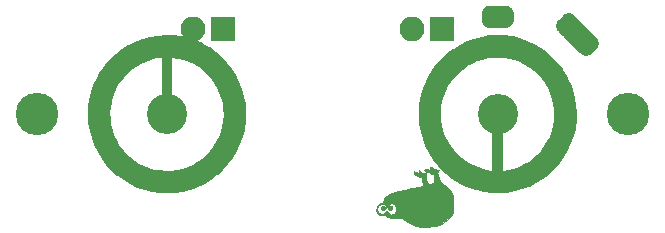
<source format=gbr>
G04 #@! TF.GenerationSoftware,KiCad,Pcbnew,(5.0.1-dev-70-gb7b125d83)*
G04 #@! TF.CreationDate,2019-03-02T22:20:39+01:00*
G04 #@! TF.ProjectId,piezothing,7069657A6F7468696E672E6B69636164,rev?*
G04 #@! TF.SameCoordinates,Original*
G04 #@! TF.FileFunction,Soldermask,Bot*
G04 #@! TF.FilePolarity,Negative*
%FSLAX46Y46*%
G04 Gerber Fmt 4.6, Leading zero omitted, Abs format (unit mm)*
G04 Created by KiCad (PCBNEW (5.0.1-dev-70-gb7b125d83)) date 03/02/19 22:20:39*
%MOMM*%
%LPD*%
G01*
G04 APERTURE LIST*
%ADD10C,0.010000*%
%ADD11C,0.500000*%
%ADD12C,0.100000*%
%ADD13O,2.100000X2.100000*%
%ADD14R,2.100000X2.100000*%
%ADD15C,3.600000*%
%ADD16C,3.400000*%
%ADD17C,1.400000*%
G04 APERTURE END LIST*
D10*
G04 #@! TO.C,G\002A\002A\002A*
G36*
X138543011Y-89508504D02*
X138603914Y-89494409D01*
X139073743Y-89348155D01*
X139469765Y-89153000D01*
X139789849Y-88910412D01*
X140031868Y-88621856D01*
X140132000Y-88441812D01*
X140184476Y-88322516D01*
X140219611Y-88214901D01*
X140240798Y-88095759D01*
X140251430Y-87941883D01*
X140254901Y-87730065D01*
X140255018Y-87600364D01*
X140245546Y-87250202D01*
X140211889Y-86964589D01*
X140144574Y-86724681D01*
X140034124Y-86511638D01*
X139871066Y-86306618D01*
X139645924Y-86090780D01*
X139387971Y-85876173D01*
X139143218Y-85641369D01*
X138985888Y-85396130D01*
X138911082Y-85132743D01*
X138909986Y-85123845D01*
X138900359Y-84970751D01*
X138920189Y-84879091D01*
X138957480Y-84833809D01*
X139024725Y-84756485D01*
X139004479Y-84708756D01*
X138896751Y-84690638D01*
X138881909Y-84690458D01*
X138755602Y-84670446D01*
X138592100Y-84619529D01*
X138484778Y-84575003D01*
X138351112Y-84513653D01*
X138256616Y-84471931D01*
X138225637Y-84460000D01*
X138224266Y-84499050D01*
X138236973Y-84582606D01*
X138260411Y-84705213D01*
X137999660Y-84674567D01*
X137834696Y-84665735D01*
X137751513Y-84684502D01*
X137745554Y-84725644D01*
X137812266Y-84783939D01*
X137947093Y-84854162D01*
X138145480Y-84931089D01*
X138254206Y-84966480D01*
X138411798Y-85023869D01*
X138531726Y-85083771D01*
X138588291Y-85133322D01*
X138588475Y-85133787D01*
X138604892Y-85221068D01*
X138614914Y-85360135D01*
X138616364Y-85437148D01*
X138606445Y-85593351D01*
X138565838Y-85701790D01*
X138478263Y-85805932D01*
X138478260Y-85805935D01*
X138333608Y-85908151D01*
X138199010Y-85924599D01*
X138081656Y-85861828D01*
X137988734Y-85726389D01*
X137927434Y-85524833D01*
X137905102Y-85283668D01*
X137901441Y-85014182D01*
X137746340Y-85014182D01*
X137605226Y-84986383D01*
X137476828Y-84891097D01*
X137457256Y-84870752D01*
X137323273Y-84727323D01*
X137323273Y-84873864D01*
X137315574Y-84972650D01*
X137279400Y-85001216D01*
X137219364Y-84988895D01*
X137107568Y-84933834D01*
X137011545Y-84862278D01*
X136939378Y-84802145D01*
X136911597Y-84804981D01*
X136907636Y-84847531D01*
X136950580Y-85022923D01*
X137076097Y-85163989D01*
X137279219Y-85265851D01*
X137357148Y-85288701D01*
X137453262Y-85315876D01*
X137517748Y-85351082D01*
X137560570Y-85412735D01*
X137591692Y-85519248D01*
X137621079Y-85689037D01*
X137639208Y-85809967D01*
X137657957Y-85962838D01*
X137654758Y-86047857D01*
X137626911Y-86087509D01*
X137604784Y-86096794D01*
X137538141Y-86111498D01*
X137395742Y-86139461D01*
X137192776Y-86177818D01*
X136944432Y-86223704D01*
X136665900Y-86274253D01*
X136628229Y-86281024D01*
X136108651Y-86380291D01*
X135673179Y-86477530D01*
X135313699Y-86575860D01*
X135022097Y-86678401D01*
X134790259Y-86788269D01*
X134610070Y-86908583D01*
X134473418Y-87042463D01*
X134406118Y-87135035D01*
X134331167Y-87268346D01*
X134283826Y-87381635D01*
X134275273Y-87424678D01*
X134247463Y-87487787D01*
X134152013Y-87507910D01*
X134141511Y-87508000D01*
X133992904Y-87550515D01*
X133861997Y-87663396D01*
X133766002Y-87824647D01*
X133737479Y-87946625D01*
X133787225Y-87946625D01*
X133848216Y-87784453D01*
X133954348Y-87658565D01*
X134089359Y-87580880D01*
X134236986Y-87563319D01*
X134380968Y-87617802D01*
X134432186Y-87660715D01*
X134516546Y-87755956D01*
X134568632Y-87833897D01*
X134598683Y-87877453D01*
X134628459Y-87833897D01*
X134725426Y-87697580D01*
X134862760Y-87595747D01*
X135005275Y-87554226D01*
X135009507Y-87554182D01*
X135176215Y-87593135D01*
X135302713Y-87696140D01*
X135385319Y-87842413D01*
X135420350Y-88011171D01*
X135404120Y-88181629D01*
X135332948Y-88333006D01*
X135203148Y-88444517D01*
X135170071Y-88460105D01*
X134994843Y-88495897D01*
X134837179Y-88445046D01*
X134690707Y-88308085D01*
X134613154Y-88230336D01*
X134568901Y-88227898D01*
X134565545Y-88234746D01*
X134470198Y-88380173D01*
X134321987Y-88482133D01*
X134249042Y-88504862D01*
X134098508Y-88491024D01*
X133954124Y-88406914D01*
X133840899Y-88272679D01*
X133787637Y-88133160D01*
X133787225Y-87946625D01*
X133737479Y-87946625D01*
X133722128Y-88012271D01*
X133721091Y-88045316D01*
X133732918Y-88193182D01*
X133781759Y-88303313D01*
X133878109Y-88413164D01*
X134009185Y-88521534D01*
X134134441Y-88566113D01*
X134198656Y-88570182D01*
X134316061Y-88557267D01*
X134388756Y-88525633D01*
X134393068Y-88520213D01*
X134444860Y-88512477D01*
X134537306Y-88578486D01*
X134545884Y-88586548D01*
X134655600Y-88676184D01*
X134777081Y-88737649D01*
X134930088Y-88775750D01*
X135134383Y-88795291D01*
X135409728Y-88801076D01*
X135428249Y-88801091D01*
X135928666Y-88801091D01*
X136198788Y-89003111D01*
X136636564Y-89282919D01*
X137083490Y-89472058D01*
X137545951Y-89571832D01*
X138030329Y-89583547D01*
X138543011Y-89508504D01*
X138543011Y-89508504D01*
G37*
X138543011Y-89508504D02*
X138603914Y-89494409D01*
X139073743Y-89348155D01*
X139469765Y-89153000D01*
X139789849Y-88910412D01*
X140031868Y-88621856D01*
X140132000Y-88441812D01*
X140184476Y-88322516D01*
X140219611Y-88214901D01*
X140240798Y-88095759D01*
X140251430Y-87941883D01*
X140254901Y-87730065D01*
X140255018Y-87600364D01*
X140245546Y-87250202D01*
X140211889Y-86964589D01*
X140144574Y-86724681D01*
X140034124Y-86511638D01*
X139871066Y-86306618D01*
X139645924Y-86090780D01*
X139387971Y-85876173D01*
X139143218Y-85641369D01*
X138985888Y-85396130D01*
X138911082Y-85132743D01*
X138909986Y-85123845D01*
X138900359Y-84970751D01*
X138920189Y-84879091D01*
X138957480Y-84833809D01*
X139024725Y-84756485D01*
X139004479Y-84708756D01*
X138896751Y-84690638D01*
X138881909Y-84690458D01*
X138755602Y-84670446D01*
X138592100Y-84619529D01*
X138484778Y-84575003D01*
X138351112Y-84513653D01*
X138256616Y-84471931D01*
X138225637Y-84460000D01*
X138224266Y-84499050D01*
X138236973Y-84582606D01*
X138260411Y-84705213D01*
X137999660Y-84674567D01*
X137834696Y-84665735D01*
X137751513Y-84684502D01*
X137745554Y-84725644D01*
X137812266Y-84783939D01*
X137947093Y-84854162D01*
X138145480Y-84931089D01*
X138254206Y-84966480D01*
X138411798Y-85023869D01*
X138531726Y-85083771D01*
X138588291Y-85133322D01*
X138588475Y-85133787D01*
X138604892Y-85221068D01*
X138614914Y-85360135D01*
X138616364Y-85437148D01*
X138606445Y-85593351D01*
X138565838Y-85701790D01*
X138478263Y-85805932D01*
X138478260Y-85805935D01*
X138333608Y-85908151D01*
X138199010Y-85924599D01*
X138081656Y-85861828D01*
X137988734Y-85726389D01*
X137927434Y-85524833D01*
X137905102Y-85283668D01*
X137901441Y-85014182D01*
X137746340Y-85014182D01*
X137605226Y-84986383D01*
X137476828Y-84891097D01*
X137457256Y-84870752D01*
X137323273Y-84727323D01*
X137323273Y-84873864D01*
X137315574Y-84972650D01*
X137279400Y-85001216D01*
X137219364Y-84988895D01*
X137107568Y-84933834D01*
X137011545Y-84862278D01*
X136939378Y-84802145D01*
X136911597Y-84804981D01*
X136907636Y-84847531D01*
X136950580Y-85022923D01*
X137076097Y-85163989D01*
X137279219Y-85265851D01*
X137357148Y-85288701D01*
X137453262Y-85315876D01*
X137517748Y-85351082D01*
X137560570Y-85412735D01*
X137591692Y-85519248D01*
X137621079Y-85689037D01*
X137639208Y-85809967D01*
X137657957Y-85962838D01*
X137654758Y-86047857D01*
X137626911Y-86087509D01*
X137604784Y-86096794D01*
X137538141Y-86111498D01*
X137395742Y-86139461D01*
X137192776Y-86177818D01*
X136944432Y-86223704D01*
X136665900Y-86274253D01*
X136628229Y-86281024D01*
X136108651Y-86380291D01*
X135673179Y-86477530D01*
X135313699Y-86575860D01*
X135022097Y-86678401D01*
X134790259Y-86788269D01*
X134610070Y-86908583D01*
X134473418Y-87042463D01*
X134406118Y-87135035D01*
X134331167Y-87268346D01*
X134283826Y-87381635D01*
X134275273Y-87424678D01*
X134247463Y-87487787D01*
X134152013Y-87507910D01*
X134141511Y-87508000D01*
X133992904Y-87550515D01*
X133861997Y-87663396D01*
X133766002Y-87824647D01*
X133737479Y-87946625D01*
X133787225Y-87946625D01*
X133848216Y-87784453D01*
X133954348Y-87658565D01*
X134089359Y-87580880D01*
X134236986Y-87563319D01*
X134380968Y-87617802D01*
X134432186Y-87660715D01*
X134516546Y-87755956D01*
X134568632Y-87833897D01*
X134598683Y-87877453D01*
X134628459Y-87833897D01*
X134725426Y-87697580D01*
X134862760Y-87595747D01*
X135005275Y-87554226D01*
X135009507Y-87554182D01*
X135176215Y-87593135D01*
X135302713Y-87696140D01*
X135385319Y-87842413D01*
X135420350Y-88011171D01*
X135404120Y-88181629D01*
X135332948Y-88333006D01*
X135203148Y-88444517D01*
X135170071Y-88460105D01*
X134994843Y-88495897D01*
X134837179Y-88445046D01*
X134690707Y-88308085D01*
X134613154Y-88230336D01*
X134568901Y-88227898D01*
X134565545Y-88234746D01*
X134470198Y-88380173D01*
X134321987Y-88482133D01*
X134249042Y-88504862D01*
X134098508Y-88491024D01*
X133954124Y-88406914D01*
X133840899Y-88272679D01*
X133787637Y-88133160D01*
X133787225Y-87946625D01*
X133737479Y-87946625D01*
X133722128Y-88012271D01*
X133721091Y-88045316D01*
X133732918Y-88193182D01*
X133781759Y-88303313D01*
X133878109Y-88413164D01*
X134009185Y-88521534D01*
X134134441Y-88566113D01*
X134198656Y-88570182D01*
X134316061Y-88557267D01*
X134388756Y-88525633D01*
X134393068Y-88520213D01*
X134444860Y-88512477D01*
X134537306Y-88578486D01*
X134545884Y-88586548D01*
X134655600Y-88676184D01*
X134777081Y-88737649D01*
X134930088Y-88775750D01*
X135134383Y-88795291D01*
X135409728Y-88801076D01*
X135428249Y-88801091D01*
X135928666Y-88801091D01*
X136198788Y-89003111D01*
X136636564Y-89282919D01*
X137083490Y-89472058D01*
X137545951Y-89571832D01*
X138030329Y-89583547D01*
X138543011Y-89508504D01*
G36*
X135005146Y-88111816D02*
X135080459Y-88015192D01*
X135088504Y-87989231D01*
X135085474Y-87859633D01*
X135019780Y-87772380D01*
X134916592Y-87741236D01*
X134801076Y-87779966D01*
X134763480Y-87811480D01*
X134697517Y-87915524D01*
X134720749Y-88016078D01*
X134779963Y-88082278D01*
X134895213Y-88137123D01*
X135005146Y-88111816D01*
X135005146Y-88111816D01*
G37*
X135005146Y-88111816D02*
X135080459Y-88015192D01*
X135088504Y-87989231D01*
X135085474Y-87859633D01*
X135019780Y-87772380D01*
X134916592Y-87741236D01*
X134801076Y-87779966D01*
X134763480Y-87811480D01*
X134697517Y-87915524D01*
X134720749Y-88016078D01*
X134779963Y-88082278D01*
X134895213Y-88137123D01*
X135005146Y-88111816D01*
G36*
X134387730Y-88118697D02*
X134470345Y-88037345D01*
X134506182Y-87950586D01*
X134471099Y-87872319D01*
X134391403Y-87790343D01*
X134305425Y-87741588D01*
X134286480Y-87738909D01*
X134215722Y-87768703D01*
X134163117Y-87811480D01*
X134104233Y-87896516D01*
X134090545Y-87946727D01*
X134127296Y-88037724D01*
X134210912Y-88120293D01*
X134298364Y-88154545D01*
X134387730Y-88118697D01*
X134387730Y-88118697D01*
G37*
X134387730Y-88118697D02*
X134470345Y-88037345D01*
X134506182Y-87950586D01*
X134471099Y-87872319D01*
X134391403Y-87790343D01*
X134305425Y-87741588D01*
X134286480Y-87738909D01*
X134215722Y-87768703D01*
X134163117Y-87811480D01*
X134104233Y-87896516D01*
X134090545Y-87946727D01*
X134127296Y-88037724D01*
X134210912Y-88120293D01*
X134298364Y-88154545D01*
X134387730Y-88118697D01*
G04 #@! TD*
D11*
G04 #@! TO.C,REF\002A\002A*
X144000000Y-80000000D03*
D12*
G36*
X143495742Y-86680765D02*
X143476259Y-86679266D01*
X142846220Y-86599673D01*
X142826978Y-86596280D01*
X142207712Y-86455587D01*
X142188891Y-86450332D01*
X141586310Y-86249880D01*
X141568093Y-86242814D01*
X140987949Y-85984517D01*
X140970508Y-85975707D01*
X140418338Y-85662031D01*
X140401840Y-85651561D01*
X139882914Y-85285499D01*
X139867516Y-85273469D01*
X139386789Y-84858516D01*
X139372639Y-84845041D01*
X138934698Y-84385158D01*
X138921930Y-84370366D01*
X138530956Y-83869942D01*
X138519692Y-83853975D01*
X138179417Y-83317787D01*
X138169766Y-83300797D01*
X137883438Y-82733963D01*
X137875490Y-82716113D01*
X137645841Y-82124044D01*
X137639673Y-82105503D01*
X137468896Y-81493849D01*
X137464567Y-81474795D01*
X137354292Y-80849396D01*
X137351843Y-80830010D01*
X137303123Y-80196835D01*
X137302553Y-80184283D01*
X137300019Y-80002792D01*
X137300239Y-79990230D01*
X137331261Y-79355941D01*
X137333168Y-79336495D01*
X137425937Y-78708261D01*
X137429732Y-78689093D01*
X137583364Y-78072909D01*
X137589012Y-78054202D01*
X137802040Y-77455952D01*
X137809486Y-77437887D01*
X138079876Y-76863279D01*
X138089049Y-76846027D01*
X138414220Y-76300547D01*
X138425033Y-76284271D01*
X138801882Y-75773126D01*
X138814232Y-75757984D01*
X139239161Y-75286052D01*
X139252929Y-75272187D01*
X139721883Y-74843973D01*
X139736939Y-74831518D01*
X140245441Y-74451110D01*
X140261641Y-74440183D01*
X140804838Y-74111211D01*
X140822026Y-74101917D01*
X141394732Y-73827523D01*
X141412745Y-73819951D01*
X142009494Y-73602752D01*
X142028160Y-73596974D01*
X142643256Y-73439044D01*
X142662397Y-73435115D01*
X143289968Y-73337962D01*
X143309400Y-73335920D01*
X143943457Y-73300470D01*
X143962997Y-73300333D01*
X144597487Y-73326926D01*
X144616947Y-73328697D01*
X145245814Y-73417079D01*
X145265007Y-73420741D01*
X145882247Y-73570067D01*
X145900992Y-73575584D01*
X146500716Y-73784430D01*
X146518834Y-73791750D01*
X147095315Y-74058122D01*
X147112631Y-74067174D01*
X147660368Y-74388529D01*
X147676718Y-74399229D01*
X148190482Y-74772500D01*
X148205710Y-74784743D01*
X148680597Y-75206368D01*
X148694558Y-75220040D01*
X149126035Y-75685993D01*
X149138595Y-75700961D01*
X149522544Y-76206794D01*
X149533584Y-76222917D01*
X149866339Y-76763804D01*
X149875752Y-76780927D01*
X150154139Y-77351704D01*
X150161836Y-77369664D01*
X150383195Y-77964882D01*
X150389104Y-77983507D01*
X150551324Y-78597485D01*
X150555386Y-78616598D01*
X150656918Y-79243476D01*
X150659096Y-79262894D01*
X150698971Y-79896688D01*
X150699244Y-79916225D01*
X150693980Y-80067017D01*
X148799294Y-80067017D01*
X148782927Y-79598367D01*
X148720908Y-79133554D01*
X148613826Y-78677006D01*
X148462705Y-78233092D01*
X148268984Y-77806036D01*
X148034520Y-77399932D01*
X147761541Y-77018639D01*
X147452662Y-76665810D01*
X147110817Y-76344794D01*
X146739292Y-76058683D01*
X146341603Y-75810179D01*
X145921580Y-75601678D01*
X145483208Y-75435156D01*
X145030679Y-75312207D01*
X144568314Y-75234003D01*
X144100517Y-75201292D01*
X143631768Y-75214385D01*
X143166531Y-75273158D01*
X142709246Y-75377051D01*
X142264287Y-75525069D01*
X141835896Y-75715801D01*
X141428164Y-75947425D01*
X141044969Y-76217739D01*
X140689990Y-76524149D01*
X140366604Y-76863738D01*
X140077903Y-77233258D01*
X139826629Y-77629202D01*
X139615203Y-78047756D01*
X139445620Y-78484967D01*
X139319518Y-78936611D01*
X139238087Y-79398431D01*
X139201842Y-79869468D01*
X139200069Y-79996519D01*
X139223146Y-80468378D01*
X139291648Y-80932273D01*
X139405095Y-81387280D01*
X139562403Y-81829053D01*
X139762060Y-82253347D01*
X140002177Y-82656146D01*
X140280455Y-83033593D01*
X140594232Y-83382078D01*
X140940515Y-83698277D01*
X141316008Y-83979183D01*
X141717121Y-84222105D01*
X142140009Y-84424719D01*
X142580673Y-84585108D01*
X143034874Y-84701727D01*
X143498293Y-84773467D01*
X143550000Y-84776358D01*
X143550000Y-80000000D01*
X143550301Y-79996944D01*
X143550301Y-79987733D01*
X143551264Y-79968128D01*
X143553669Y-79943712D01*
X143556549Y-79924301D01*
X143561335Y-79900239D01*
X143566105Y-79881196D01*
X143573227Y-79857719D01*
X143579838Y-79839241D01*
X143589227Y-79816574D01*
X143597618Y-79798833D01*
X143609183Y-79777196D01*
X143619273Y-79760361D01*
X143632903Y-79739962D01*
X143644595Y-79724197D01*
X143660159Y-79705232D01*
X143673341Y-79690689D01*
X143690689Y-79673341D01*
X143705232Y-79660159D01*
X143724197Y-79644595D01*
X143739962Y-79632903D01*
X143760361Y-79619273D01*
X143777196Y-79609183D01*
X143798833Y-79597618D01*
X143816574Y-79589227D01*
X143839241Y-79579838D01*
X143857719Y-79573227D01*
X143881196Y-79566105D01*
X143900239Y-79561335D01*
X143924301Y-79556549D01*
X143943712Y-79553669D01*
X143968128Y-79551264D01*
X143987733Y-79550301D01*
X144012267Y-79550301D01*
X144031872Y-79551264D01*
X144056288Y-79553669D01*
X144075699Y-79556549D01*
X144099761Y-79561335D01*
X144118804Y-79566105D01*
X144142281Y-79573227D01*
X144160759Y-79579838D01*
X144183426Y-79589227D01*
X144201167Y-79597618D01*
X144222804Y-79609183D01*
X144239639Y-79619273D01*
X144260038Y-79632903D01*
X144275803Y-79644595D01*
X144294768Y-79660159D01*
X144309311Y-79673341D01*
X144326659Y-79690689D01*
X144339841Y-79705232D01*
X144355405Y-79724197D01*
X144367097Y-79739962D01*
X144380727Y-79760361D01*
X144390817Y-79777196D01*
X144402382Y-79798833D01*
X144410773Y-79816574D01*
X144420162Y-79839241D01*
X144426773Y-79857719D01*
X144433895Y-79881196D01*
X144438665Y-79900239D01*
X144443451Y-79924301D01*
X144446331Y-79943712D01*
X144448736Y-79968128D01*
X144449699Y-79987733D01*
X144449699Y-79996944D01*
X144450000Y-80000000D01*
X144450000Y-84777901D01*
X144899393Y-84714742D01*
X145355172Y-84604478D01*
X145798016Y-84450263D01*
X146223709Y-84253565D01*
X146628179Y-84016265D01*
X147007545Y-83740639D01*
X147358219Y-83429296D01*
X147676828Y-83085229D01*
X147960350Y-82711702D01*
X148206058Y-82312310D01*
X148411630Y-81890826D01*
X148575087Y-81451301D01*
X148694876Y-80997920D01*
X148769849Y-80535024D01*
X148799294Y-80067017D01*
X150693980Y-80067017D01*
X150693638Y-80076790D01*
X150693638Y-80076791D01*
X150677082Y-80550886D01*
X150675447Y-80570357D01*
X150591458Y-81199825D01*
X150587931Y-81219044D01*
X150442917Y-81837313D01*
X150437531Y-81856096D01*
X150232877Y-82457263D01*
X150225684Y-82475431D01*
X149963343Y-83053758D01*
X149954411Y-83071137D01*
X149636888Y-83621103D01*
X149626303Y-83637528D01*
X149256627Y-84153886D01*
X149244490Y-84169199D01*
X148826192Y-84647017D01*
X148812618Y-84661073D01*
X148349688Y-85095793D01*
X148334808Y-85108457D01*
X147831667Y-85495928D01*
X147815622Y-85507080D01*
X147277072Y-85843604D01*
X147260015Y-85853136D01*
X146691196Y-86135500D01*
X146673290Y-86143323D01*
X146079631Y-86368832D01*
X146061048Y-86374870D01*
X145448218Y-86541373D01*
X145429134Y-86545569D01*
X144802980Y-86651475D01*
X144783577Y-86653789D01*
X144150077Y-86698087D01*
X144130542Y-86698496D01*
X143495742Y-86680765D01*
X143495742Y-86680765D01*
G37*
G04 #@! TD*
D13*
G04 #@! TO.C,J1*
X118210000Y-72750000D03*
D14*
X120750000Y-72750000D03*
G04 #@! TD*
D15*
G04 #@! TO.C,REF\002A\002A*
X105000000Y-80000000D03*
G04 #@! TD*
G04 #@! TO.C,REF\002A\002A*
X155000000Y-80000000D03*
G04 #@! TD*
D16*
G04 #@! TO.C,REF\002A\002A*
X116000000Y-80000000D03*
G04 #@! TD*
G04 #@! TO.C,REF\002A\002A*
X144000000Y-80000000D03*
G04 #@! TD*
D11*
G04 #@! TO.C,REF\002A\002A*
X116000000Y-80000000D03*
D12*
G36*
X116504258Y-73319235D02*
X116523741Y-73320734D01*
X117153780Y-73400327D01*
X117173022Y-73403720D01*
X117792288Y-73544413D01*
X117811109Y-73549668D01*
X118413690Y-73750120D01*
X118431907Y-73757186D01*
X119012051Y-74015483D01*
X119029492Y-74024293D01*
X119581662Y-74337969D01*
X119598160Y-74348439D01*
X120117086Y-74714501D01*
X120132484Y-74726531D01*
X120613211Y-75141484D01*
X120627361Y-75154959D01*
X121065302Y-75614842D01*
X121078070Y-75629634D01*
X121469044Y-76130058D01*
X121480308Y-76146025D01*
X121820583Y-76682213D01*
X121830234Y-76699203D01*
X122116562Y-77266037D01*
X122124510Y-77283887D01*
X122354159Y-77875956D01*
X122360327Y-77894497D01*
X122531104Y-78506151D01*
X122535433Y-78525205D01*
X122645708Y-79150604D01*
X122648157Y-79169990D01*
X122696877Y-79803165D01*
X122697447Y-79815717D01*
X122699981Y-79997208D01*
X122699761Y-80009770D01*
X122668739Y-80644059D01*
X122666832Y-80663505D01*
X122574063Y-81291739D01*
X122570268Y-81310907D01*
X122416636Y-81927091D01*
X122410988Y-81945798D01*
X122197960Y-82544048D01*
X122190514Y-82562113D01*
X121920124Y-83136721D01*
X121910951Y-83153973D01*
X121585780Y-83699453D01*
X121574967Y-83715729D01*
X121198118Y-84226874D01*
X121185768Y-84242016D01*
X120760839Y-84713948D01*
X120747071Y-84727813D01*
X120278117Y-85156027D01*
X120263061Y-85168482D01*
X119754559Y-85548890D01*
X119738359Y-85559817D01*
X119195162Y-85888789D01*
X119177974Y-85898083D01*
X118605268Y-86172477D01*
X118587255Y-86180049D01*
X117990506Y-86397248D01*
X117971840Y-86403026D01*
X117356744Y-86560956D01*
X117337603Y-86564885D01*
X116710032Y-86662038D01*
X116690600Y-86664080D01*
X116056543Y-86699530D01*
X116037003Y-86699667D01*
X115402513Y-86673074D01*
X115383053Y-86671303D01*
X114754186Y-86582921D01*
X114734993Y-86579259D01*
X114117753Y-86429933D01*
X114099008Y-86424416D01*
X113499284Y-86215570D01*
X113481166Y-86208250D01*
X112904685Y-85941878D01*
X112887369Y-85932826D01*
X112339632Y-85611471D01*
X112323282Y-85600771D01*
X111809518Y-85227500D01*
X111794290Y-85215257D01*
X111319403Y-84793632D01*
X111305442Y-84779960D01*
X110873965Y-84314007D01*
X110861405Y-84299039D01*
X110477456Y-83793206D01*
X110466416Y-83777083D01*
X110133661Y-83236196D01*
X110124248Y-83219073D01*
X109845861Y-82648296D01*
X109838164Y-82630336D01*
X109616805Y-82035118D01*
X109610896Y-82016493D01*
X109448676Y-81402515D01*
X109444614Y-81383402D01*
X109343082Y-80756524D01*
X109340904Y-80737106D01*
X109301029Y-80103312D01*
X109300756Y-80083775D01*
X109306020Y-79932983D01*
X111200706Y-79932983D01*
X111217073Y-80401633D01*
X111279092Y-80866446D01*
X111386174Y-81322994D01*
X111537295Y-81766908D01*
X111731016Y-82193964D01*
X111965480Y-82600068D01*
X112238459Y-82981361D01*
X112547338Y-83334190D01*
X112889183Y-83655206D01*
X113260708Y-83941317D01*
X113658397Y-84189821D01*
X114078420Y-84398322D01*
X114516792Y-84564844D01*
X114969321Y-84687793D01*
X115431686Y-84765997D01*
X115899483Y-84798708D01*
X116368232Y-84785615D01*
X116833469Y-84726842D01*
X117290754Y-84622949D01*
X117735713Y-84474931D01*
X118164104Y-84284199D01*
X118571836Y-84052575D01*
X118955031Y-83782261D01*
X119310010Y-83475851D01*
X119633396Y-83136262D01*
X119922097Y-82766742D01*
X120173371Y-82370798D01*
X120384797Y-81952244D01*
X120554380Y-81515033D01*
X120680482Y-81063389D01*
X120761913Y-80601569D01*
X120798158Y-80130532D01*
X120799931Y-80003481D01*
X120776854Y-79531622D01*
X120708352Y-79067727D01*
X120594905Y-78612720D01*
X120437597Y-78170947D01*
X120237940Y-77746653D01*
X119997823Y-77343854D01*
X119719545Y-76966407D01*
X119405768Y-76617922D01*
X119059485Y-76301723D01*
X118683992Y-76020817D01*
X118282879Y-75777895D01*
X117859991Y-75575281D01*
X117419327Y-75414892D01*
X116965126Y-75298273D01*
X116501707Y-75226533D01*
X116450000Y-75223642D01*
X116450000Y-80000000D01*
X116449699Y-80003056D01*
X116449699Y-80012267D01*
X116448736Y-80031872D01*
X116446331Y-80056288D01*
X116443451Y-80075699D01*
X116438665Y-80099761D01*
X116433895Y-80118804D01*
X116426773Y-80142281D01*
X116420162Y-80160759D01*
X116410773Y-80183426D01*
X116402382Y-80201167D01*
X116390817Y-80222804D01*
X116380727Y-80239639D01*
X116367097Y-80260038D01*
X116355405Y-80275803D01*
X116339841Y-80294768D01*
X116326659Y-80309311D01*
X116309311Y-80326659D01*
X116294768Y-80339841D01*
X116275803Y-80355405D01*
X116260038Y-80367097D01*
X116239639Y-80380727D01*
X116222804Y-80390817D01*
X116201167Y-80402382D01*
X116183426Y-80410773D01*
X116160759Y-80420162D01*
X116142281Y-80426773D01*
X116118804Y-80433895D01*
X116099761Y-80438665D01*
X116075699Y-80443451D01*
X116056288Y-80446331D01*
X116031872Y-80448736D01*
X116012267Y-80449699D01*
X115987733Y-80449699D01*
X115968128Y-80448736D01*
X115943712Y-80446331D01*
X115924301Y-80443451D01*
X115900239Y-80438665D01*
X115881196Y-80433895D01*
X115857719Y-80426773D01*
X115839241Y-80420162D01*
X115816574Y-80410773D01*
X115798833Y-80402382D01*
X115777196Y-80390817D01*
X115760361Y-80380727D01*
X115739962Y-80367097D01*
X115724197Y-80355405D01*
X115705232Y-80339841D01*
X115690689Y-80326659D01*
X115673341Y-80309311D01*
X115660159Y-80294768D01*
X115644595Y-80275803D01*
X115632903Y-80260038D01*
X115619273Y-80239639D01*
X115609183Y-80222804D01*
X115597618Y-80201167D01*
X115589227Y-80183426D01*
X115579838Y-80160759D01*
X115573227Y-80142281D01*
X115566105Y-80118804D01*
X115561335Y-80099761D01*
X115556549Y-80075699D01*
X115553669Y-80056288D01*
X115551264Y-80031872D01*
X115550301Y-80012267D01*
X115550301Y-80003056D01*
X115550000Y-80000000D01*
X115550000Y-75222099D01*
X115100607Y-75285258D01*
X114644828Y-75395522D01*
X114201984Y-75549737D01*
X113776291Y-75746435D01*
X113371821Y-75983735D01*
X112992455Y-76259361D01*
X112641781Y-76570704D01*
X112323172Y-76914771D01*
X112039650Y-77288298D01*
X111793942Y-77687690D01*
X111588370Y-78109174D01*
X111424913Y-78548699D01*
X111305124Y-79002080D01*
X111230151Y-79464976D01*
X111200706Y-79932983D01*
X109306020Y-79932983D01*
X109306362Y-79923210D01*
X109306362Y-79923209D01*
X109322918Y-79449114D01*
X109324553Y-79429643D01*
X109408542Y-78800175D01*
X109412069Y-78780956D01*
X109557083Y-78162687D01*
X109562469Y-78143904D01*
X109767123Y-77542737D01*
X109774316Y-77524569D01*
X110036657Y-76946242D01*
X110045589Y-76928863D01*
X110363112Y-76378897D01*
X110373697Y-76362472D01*
X110743373Y-75846114D01*
X110755510Y-75830801D01*
X111173808Y-75352983D01*
X111187382Y-75338927D01*
X111650312Y-74904207D01*
X111665192Y-74891543D01*
X112168333Y-74504072D01*
X112184378Y-74492920D01*
X112722928Y-74156396D01*
X112739985Y-74146864D01*
X113308804Y-73864500D01*
X113326710Y-73856677D01*
X113920369Y-73631168D01*
X113938952Y-73625130D01*
X114551782Y-73458627D01*
X114570866Y-73454431D01*
X115197020Y-73348525D01*
X115216423Y-73346211D01*
X115849923Y-73301913D01*
X115869458Y-73301504D01*
X116504258Y-73319235D01*
X116504258Y-73319235D01*
G37*
G04 #@! TD*
D14*
G04 #@! TO.C,J1*
X139250000Y-72750000D03*
D13*
X136710000Y-72750000D03*
G04 #@! TD*
D11*
G04 #@! TO.C,JP1*
X149830761Y-72330761D03*
D12*
G36*
X150916294Y-72078226D02*
X150934776Y-72112803D01*
X150946157Y-72150321D01*
X150949999Y-72189340D01*
X150946157Y-72228358D01*
X150934776Y-72265876D01*
X150921704Y-72290333D01*
X151032843Y-72401472D01*
X151057715Y-72431779D01*
X151076197Y-72466357D01*
X151087578Y-72503875D01*
X151091421Y-72542893D01*
X151087578Y-72581911D01*
X151076197Y-72619430D01*
X151057715Y-72654007D01*
X151032843Y-72684314D01*
X150750000Y-72967157D01*
X150719693Y-72992030D01*
X150685115Y-73010512D01*
X150647597Y-73021893D01*
X150608578Y-73025735D01*
X150569560Y-73021893D01*
X150532042Y-73010512D01*
X150497464Y-72992030D01*
X150467157Y-72967157D01*
X150492030Y-72997464D01*
X150510512Y-73032042D01*
X150521893Y-73069560D01*
X150525735Y-73108578D01*
X150521893Y-73147597D01*
X150510512Y-73185115D01*
X150492030Y-73219693D01*
X150467157Y-73250000D01*
X150184314Y-73532843D01*
X150154007Y-73557715D01*
X150119430Y-73576197D01*
X150081911Y-73587578D01*
X150042893Y-73591421D01*
X150003875Y-73587578D01*
X149966357Y-73576197D01*
X149931779Y-73557715D01*
X149901472Y-73532843D01*
X149790333Y-73421704D01*
X149765876Y-73434776D01*
X149728358Y-73446157D01*
X149689340Y-73449999D01*
X149650321Y-73446157D01*
X149612803Y-73434776D01*
X149578226Y-73416294D01*
X149547918Y-73391421D01*
X149159010Y-73002512D01*
X149155113Y-72997765D01*
X149142087Y-72984739D01*
X149128904Y-72970194D01*
X149097777Y-72932264D01*
X149086088Y-72916504D01*
X149058827Y-72875706D01*
X149048735Y-72858868D01*
X149025605Y-72815594D01*
X149017214Y-72797854D01*
X148998436Y-72752521D01*
X148991823Y-72734035D01*
X148977580Y-72687081D01*
X148972813Y-72668050D01*
X148963239Y-72619925D01*
X148960359Y-72600505D01*
X148955549Y-72551674D01*
X148954587Y-72532072D01*
X148954587Y-72483003D01*
X148955549Y-72463402D01*
X148960359Y-72414571D01*
X148963239Y-72395151D01*
X148972813Y-72347026D01*
X148977580Y-72327995D01*
X148991823Y-72281040D01*
X148998436Y-72262554D01*
X149017214Y-72217222D01*
X149025605Y-72199482D01*
X149048735Y-72156207D01*
X149058827Y-72139369D01*
X149086088Y-72098571D01*
X149097777Y-72082811D01*
X149128904Y-72044881D01*
X149142087Y-72030337D01*
X149155113Y-72017310D01*
X149159010Y-72012563D01*
X149512563Y-71659010D01*
X149517310Y-71655113D01*
X149530337Y-71642087D01*
X149544881Y-71628904D01*
X149582811Y-71597777D01*
X149598571Y-71586088D01*
X149639369Y-71558827D01*
X149656207Y-71548735D01*
X149699482Y-71525605D01*
X149717222Y-71517214D01*
X149762554Y-71498436D01*
X149781040Y-71491823D01*
X149827995Y-71477580D01*
X149847026Y-71472813D01*
X149895151Y-71463239D01*
X149914571Y-71460359D01*
X149963402Y-71455549D01*
X149983003Y-71454587D01*
X150032072Y-71454587D01*
X150051674Y-71455549D01*
X150100505Y-71460359D01*
X150119925Y-71463239D01*
X150168050Y-71472813D01*
X150187081Y-71477580D01*
X150234035Y-71491823D01*
X150252521Y-71498436D01*
X150297854Y-71517214D01*
X150315594Y-71525605D01*
X150358868Y-71548735D01*
X150375706Y-71558827D01*
X150416504Y-71586088D01*
X150432264Y-71597777D01*
X150470194Y-71628904D01*
X150484739Y-71642087D01*
X150497765Y-71655113D01*
X150502512Y-71659010D01*
X150891421Y-72047918D01*
X150916294Y-72078226D01*
X150916294Y-72078226D01*
G37*
D11*
X151669239Y-74169239D03*
D12*
G36*
X152344887Y-73502235D02*
X152357913Y-73515261D01*
X152371096Y-73529806D01*
X152402223Y-73567736D01*
X152413912Y-73583496D01*
X152441173Y-73624294D01*
X152451265Y-73641132D01*
X152474395Y-73684406D01*
X152482786Y-73702146D01*
X152501564Y-73747479D01*
X152508177Y-73765965D01*
X152522420Y-73812919D01*
X152527187Y-73831950D01*
X152536761Y-73880075D01*
X152539641Y-73899495D01*
X152544451Y-73948326D01*
X152545413Y-73967928D01*
X152545413Y-74016997D01*
X152544451Y-74036598D01*
X152539641Y-74085429D01*
X152536761Y-74104849D01*
X152527187Y-74152974D01*
X152522420Y-74172005D01*
X152508177Y-74218960D01*
X152501564Y-74237446D01*
X152482786Y-74282778D01*
X152474395Y-74300518D01*
X152451265Y-74343793D01*
X152441173Y-74360631D01*
X152413912Y-74401429D01*
X152402223Y-74417189D01*
X152371096Y-74455119D01*
X152357913Y-74469663D01*
X152344887Y-74482690D01*
X152340990Y-74487437D01*
X151987437Y-74840990D01*
X151982690Y-74844887D01*
X151969663Y-74857913D01*
X151955119Y-74871096D01*
X151917189Y-74902223D01*
X151901429Y-74913912D01*
X151860631Y-74941173D01*
X151843793Y-74951265D01*
X151800518Y-74974395D01*
X151782778Y-74982786D01*
X151737446Y-75001564D01*
X151718960Y-75008177D01*
X151672005Y-75022420D01*
X151652974Y-75027187D01*
X151604849Y-75036761D01*
X151585429Y-75039641D01*
X151536598Y-75044451D01*
X151516997Y-75045413D01*
X151467928Y-75045413D01*
X151448326Y-75044451D01*
X151399495Y-75039641D01*
X151380075Y-75036761D01*
X151331950Y-75027187D01*
X151312919Y-75022420D01*
X151265965Y-75008177D01*
X151247479Y-75001564D01*
X151202146Y-74982786D01*
X151184406Y-74974395D01*
X151141132Y-74951265D01*
X151124294Y-74941173D01*
X151083496Y-74913912D01*
X151067736Y-74902223D01*
X151029806Y-74871096D01*
X151015261Y-74857913D01*
X151002235Y-74844887D01*
X150997488Y-74840990D01*
X150608579Y-74452082D01*
X150583706Y-74421774D01*
X150565224Y-74387197D01*
X150553843Y-74349679D01*
X150550001Y-74310660D01*
X150553843Y-74271642D01*
X150565224Y-74234124D01*
X150583706Y-74199546D01*
X150608579Y-74169239D01*
X151669239Y-73108579D01*
X151699546Y-73083706D01*
X151734124Y-73065224D01*
X151771642Y-73053843D01*
X151810660Y-73050001D01*
X151849679Y-73053843D01*
X151887197Y-73065224D01*
X151921774Y-73083706D01*
X151952082Y-73108579D01*
X152340990Y-73497488D01*
X152344887Y-73502235D01*
X152344887Y-73502235D01*
G37*
D17*
X150750000Y-73250000D03*
D12*
G36*
X149583274Y-73426777D02*
X150926777Y-72083274D01*
X151916726Y-73073223D01*
X150573223Y-74416726D01*
X149583274Y-73426777D01*
X149583274Y-73426777D01*
G37*
G04 #@! TD*
D11*
G04 #@! TO.C,JP2*
X143350001Y-71750000D03*
D12*
G36*
X143889019Y-70803843D02*
X143926538Y-70815224D01*
X143961115Y-70833706D01*
X143991422Y-70858579D01*
X144016295Y-70888886D01*
X144034777Y-70923463D01*
X144042827Y-70950000D01*
X144250001Y-70950000D01*
X144289019Y-70953843D01*
X144326538Y-70965224D01*
X144361115Y-70983706D01*
X144391422Y-71008579D01*
X144416295Y-71038886D01*
X144434777Y-71073463D01*
X144446158Y-71110982D01*
X144450001Y-71150000D01*
X144450001Y-71550000D01*
X144446158Y-71589018D01*
X144434777Y-71626537D01*
X144416295Y-71661114D01*
X144391422Y-71691421D01*
X144361115Y-71716294D01*
X144326538Y-71734776D01*
X144289019Y-71746157D01*
X144250001Y-71750000D01*
X144289019Y-71753843D01*
X144326538Y-71765224D01*
X144361115Y-71783706D01*
X144391422Y-71808579D01*
X144416295Y-71838886D01*
X144434777Y-71873463D01*
X144446158Y-71910982D01*
X144450001Y-71950000D01*
X144450001Y-72350000D01*
X144446158Y-72389018D01*
X144434777Y-72426537D01*
X144416295Y-72461114D01*
X144391422Y-72491421D01*
X144361115Y-72516294D01*
X144326538Y-72534776D01*
X144289019Y-72546157D01*
X144250001Y-72550000D01*
X144042827Y-72550000D01*
X144034777Y-72576537D01*
X144016295Y-72611114D01*
X143991422Y-72641421D01*
X143961115Y-72666294D01*
X143926538Y-72684776D01*
X143889019Y-72696157D01*
X143850001Y-72700000D01*
X143350001Y-72700000D01*
X143343889Y-72699398D01*
X143325467Y-72699398D01*
X143305861Y-72698435D01*
X143257030Y-72693625D01*
X143237621Y-72690746D01*
X143189496Y-72681174D01*
X143170453Y-72676404D01*
X143123498Y-72662160D01*
X143105021Y-72655549D01*
X143059688Y-72636772D01*
X143041940Y-72628377D01*
X142998667Y-72605246D01*
X142981839Y-72595160D01*
X142941040Y-72567900D01*
X142925271Y-72556205D01*
X142887342Y-72525077D01*
X142872801Y-72511897D01*
X142838104Y-72477200D01*
X142824924Y-72462659D01*
X142793796Y-72424730D01*
X142782101Y-72408961D01*
X142754841Y-72368162D01*
X142744755Y-72351334D01*
X142721624Y-72308061D01*
X142713229Y-72290313D01*
X142694452Y-72244980D01*
X142687841Y-72226503D01*
X142673597Y-72179548D01*
X142668827Y-72160505D01*
X142659255Y-72112380D01*
X142656376Y-72092971D01*
X142651566Y-72044140D01*
X142650603Y-72024534D01*
X142650603Y-72006112D01*
X142650001Y-72000000D01*
X142650001Y-71500000D01*
X142650603Y-71493888D01*
X142650603Y-71475466D01*
X142651566Y-71455860D01*
X142656376Y-71407029D01*
X142659255Y-71387620D01*
X142668827Y-71339495D01*
X142673597Y-71320452D01*
X142687841Y-71273497D01*
X142694452Y-71255020D01*
X142713229Y-71209687D01*
X142721624Y-71191939D01*
X142744755Y-71148666D01*
X142754841Y-71131838D01*
X142782101Y-71091039D01*
X142793796Y-71075270D01*
X142824924Y-71037341D01*
X142838104Y-71022800D01*
X142872801Y-70988103D01*
X142887342Y-70974923D01*
X142925271Y-70943795D01*
X142941040Y-70932100D01*
X142981839Y-70904840D01*
X142998667Y-70894754D01*
X143041940Y-70871623D01*
X143059688Y-70863228D01*
X143105021Y-70844451D01*
X143123498Y-70837840D01*
X143170453Y-70823596D01*
X143189496Y-70818826D01*
X143237621Y-70809254D01*
X143257030Y-70806375D01*
X143305861Y-70801565D01*
X143325467Y-70800602D01*
X143343889Y-70800602D01*
X143350001Y-70800000D01*
X143850001Y-70800000D01*
X143889019Y-70803843D01*
X143889019Y-70803843D01*
G37*
D11*
X144649999Y-71750000D03*
D12*
G36*
X144656111Y-70800602D02*
X144674533Y-70800602D01*
X144694139Y-70801565D01*
X144742970Y-70806375D01*
X144762379Y-70809254D01*
X144810504Y-70818826D01*
X144829547Y-70823596D01*
X144876502Y-70837840D01*
X144894979Y-70844451D01*
X144940312Y-70863228D01*
X144958060Y-70871623D01*
X145001333Y-70894754D01*
X145018161Y-70904840D01*
X145058960Y-70932100D01*
X145074729Y-70943795D01*
X145112658Y-70974923D01*
X145127199Y-70988103D01*
X145161896Y-71022800D01*
X145175076Y-71037341D01*
X145206204Y-71075270D01*
X145217899Y-71091039D01*
X145245159Y-71131838D01*
X145255245Y-71148666D01*
X145278376Y-71191939D01*
X145286771Y-71209687D01*
X145305548Y-71255020D01*
X145312159Y-71273497D01*
X145326403Y-71320452D01*
X145331173Y-71339495D01*
X145340745Y-71387620D01*
X145343624Y-71407029D01*
X145348434Y-71455860D01*
X145349397Y-71475466D01*
X145349397Y-71493888D01*
X145349999Y-71500000D01*
X145349999Y-72000000D01*
X145349397Y-72006112D01*
X145349397Y-72024534D01*
X145348434Y-72044140D01*
X145343624Y-72092971D01*
X145340745Y-72112380D01*
X145331173Y-72160505D01*
X145326403Y-72179548D01*
X145312159Y-72226503D01*
X145305548Y-72244980D01*
X145286771Y-72290313D01*
X145278376Y-72308061D01*
X145255245Y-72351334D01*
X145245159Y-72368162D01*
X145217899Y-72408961D01*
X145206204Y-72424730D01*
X145175076Y-72462659D01*
X145161896Y-72477200D01*
X145127199Y-72511897D01*
X145112658Y-72525077D01*
X145074729Y-72556205D01*
X145058960Y-72567900D01*
X145018161Y-72595160D01*
X145001333Y-72605246D01*
X144958060Y-72628377D01*
X144940312Y-72636772D01*
X144894979Y-72655549D01*
X144876502Y-72662160D01*
X144829547Y-72676404D01*
X144810504Y-72681174D01*
X144762379Y-72690746D01*
X144742970Y-72693625D01*
X144694139Y-72698435D01*
X144674533Y-72699398D01*
X144656111Y-72699398D01*
X144649999Y-72700000D01*
X144149999Y-72700000D01*
X144110981Y-72696157D01*
X144073462Y-72684776D01*
X144038885Y-72666294D01*
X144008578Y-72641421D01*
X143983705Y-72611114D01*
X143965223Y-72576537D01*
X143953842Y-72539018D01*
X143949999Y-72500000D01*
X143949999Y-71000000D01*
X143953842Y-70960982D01*
X143965223Y-70923463D01*
X143983705Y-70888886D01*
X144008578Y-70858579D01*
X144038885Y-70833706D01*
X144073462Y-70815224D01*
X144110981Y-70803843D01*
X144149999Y-70800000D01*
X144649999Y-70800000D01*
X144656111Y-70800602D01*
X144656111Y-70800602D01*
G37*
G04 #@! TD*
M02*

</source>
